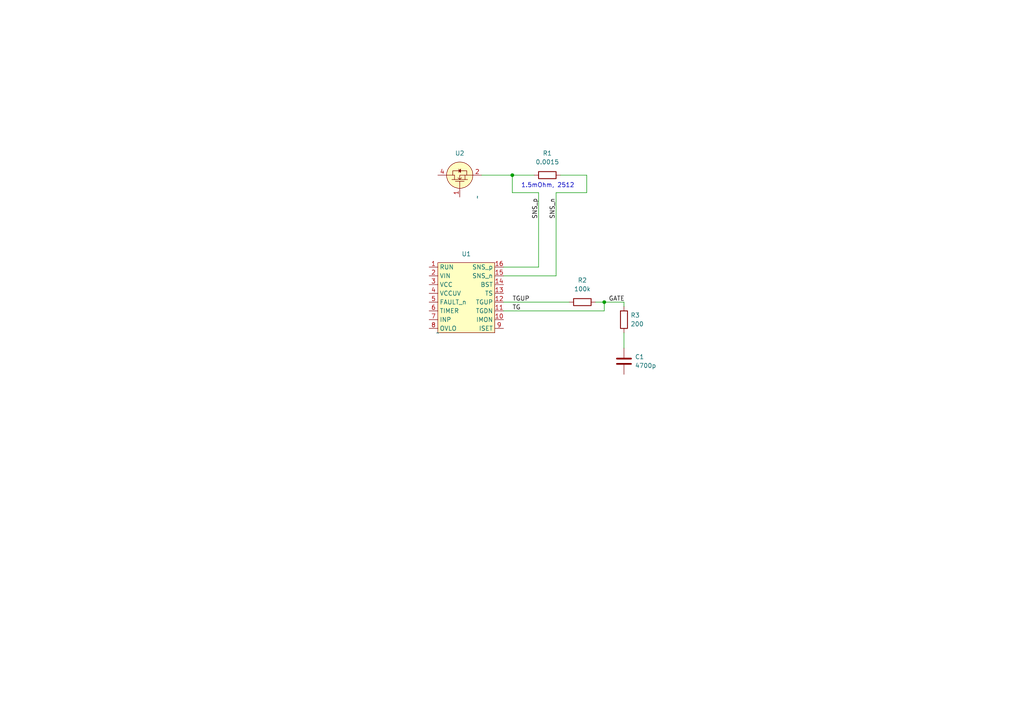
<source format=kicad_sch>
(kicad_sch (version 20230121) (generator eeschema)
  (paper "A4")
  (lib_symbols
    (symbol "Device:C" (pin_numbers hide) (pin_names (offset 0.254))
      (property "Reference" "C" (at 0.635 2.54 0))
      (property "Value" "C" (at 0.635 -2.54 0))
      (symbol "C_0_1"
        (polyline (pts (xy -2.032 -0.762) (xy 2.032 -0.762)) (stroke (width 0.508)))
        (polyline (pts (xy -2.032 0.762) (xy 2.032 0.762)) (stroke (width 0.508)))
      )
      (symbol "C_1_1"
        (pin passive line (at 0 3.81 270) (length 2.794) (name "~") (number "1"))
        (pin passive line (at 0 -3.81 90) (length 2.794) (name "~") (number "2"))
      )
    )
    (symbol "Device:R" (pin_numbers hide) (pin_names (offset 0))
      (property "Reference" "R" (at 2.032 0 90))
      (property "Value" "R" (at 0 0 90))
      (symbol "R_0_1"
        (rectangle (start -1.016 -2.54) (end 1.016 2.54) (stroke (width 0.254)))
      )
      (symbol "R_1_1"
        (pin passive line (at 0 3.81 270) (length 1.27) (name "~") (number "1"))
        (pin passive line (at 0 -3.81 90) (length 1.27) (name "~") (number "2"))
      )
    )
    (symbol "my parts:IPB032N10N5"
      (property "Reference" "U" (at 0 0 0))
      (symbol "IPB032N10N5_0_1"
        (polyline (pts (xy 4.572 6.35) (xy 4.572 3.81)))
        (polyline (pts (xy 5.08 7.366) (xy 5.08 2.794)))
        (polyline (pts (xy 6.35 3.556) (xy 5.08 3.556)))
        (polyline (pts (xy 6.35 6.604) (xy 5.08 6.604)))
        (polyline (pts (xy 6.35 6.604) (xy 6.35 8.89)))
        (polyline (pts (xy 2.54 5.08) (xy 4.318 5.08) (xy 4.572 5.08)))
        (polyline (pts (xy 7.62 5.334) (xy 7.62 7.112) (xy 6.35 7.112)))
        (polyline (pts (xy 8.128 5.334) (xy 7.112 5.334) (xy 7.62 5.334)))
        (polyline (pts (xy 6.35 1.27) (xy 6.35 5.08) (xy 5.08 5.08) (xy 5.588 5.588) (xy 5.08 5.08) (xy 5.588 4.572)))
        (polyline (pts (xy 6.35 3.048) (xy 7.62 3.048) (xy 7.62 4.826) (xy 8.128 4.826) (xy 7.62 5.334) (xy 7.112 4.826) (xy 7.62 4.826) (xy 7.62 5.334) (xy 7.874 5.08) (xy 7.62 4.826) (xy 7.366 5.08) (xy 7.366 4.826) (xy 7.874 4.826) (xy 7.874 5.08) (xy 7.366 5.08)))
      )
      (symbol "IPB032N10N5_1_1"
        (circle (center 6.35 5.08) (radius 3.81) (fill (type background)))
        (pin input line (at 0 5.08 0) (length 2.54) (name "") (number "1"))
        (pin input line (at 6.35 -1.27 90) (length 2.54) (name "") (number "2"))
        (pin input line (at 6.35 -1.27 90) (length 2.54) hide (name "") (number "3"))
        (pin input line (at 6.35 11.43 270) (length 2.54) (name "") (number "4"))
        (pin input line (at 6.35 -1.27 90) (length 2.54) hide (name "") (number "5"))
        (pin input line (at 6.35 -1.27 90) (length 2.54) hide (name "") (number "6"))
        (pin input line (at 6.35 -1.27 90) (length 2.54) hide (name "") (number "7"))
      )
    )
    (symbol "my parts:LTC7000"
      (property "Reference" "U" (at 7.62 21.59 0))
      (symbol "LTC7000_1_1"
        (rectangle (start 0 20.32) (end 16.51 0) (fill (type background)))
        (pin input line (at -2.54 19.05 0) (length 2.54) (name "RUN") (number "1"))
        (pin input line (at 19.05 3.81 180) (length 2.54) (name "IMON") (number "10"))
        (pin input line (at 19.05 6.35 180) (length 2.54) (name "TGDN") (number "11"))
        (pin input line (at 19.05 8.89 180) (length 2.54) (name "TGUP") (number "12"))
        (pin input line (at 19.05 11.43 180) (length 2.54) (name "TS") (number "13"))
        (pin input line (at 19.05 13.97 180) (length 2.54) (name "BST") (number "14"))
        (pin input line (at 19.05 16.51 180) (length 2.54) (name "SNS_n") (number "15"))
        (pin input line (at 19.05 19.05 180) (length 2.54) (name "SNS_p") (number "16"))
        (pin input line (at -2.54 16.51 0) (length 2.54) (name "VIN") (number "2"))
        (pin input line (at -2.54 13.97 0) (length 2.54) (name "VCC") (number "3"))
        (pin input line (at -2.54 11.43 0) (length 2.54) (name "VCCUV") (number "4"))
        (pin input line (at -2.54 8.89 0) (length 2.54) (name "FAULT_n") (number "5"))
        (pin input line (at -2.54 6.35 0) (length 2.54) (name "TIMER") (number "6"))
        (pin input line (at -2.54 3.81 0) (length 2.54) (name "INP") (number "7"))
        (pin input line (at -2.54 1.27 0) (length 2.54) (name "OVLO") (number "8"))
        (pin input line (at 19.05 1.27 180) (length 2.54) (name "ISET") (number "9"))
      )
    )
  )
  (junction (at 175.26 87.63))
  (junction (at 148.59 50.8))
  (wire (pts (xy 175.26 90.17) (xy 175.26 87.63)))
  (wire (pts (xy 172.72 87.63) (xy 175.26 87.63)))
  (wire (pts (xy 148.59 50.8) (xy 148.59 55.88)))
  (wire (pts (xy 146.05 90.17) (xy 175.26 90.17)))
  (wire (pts (xy 156.21 77.47) (xy 146.05 77.47)))
  (wire (pts (xy 148.59 55.88) (xy 156.21 55.88)))
  (wire (pts (xy 146.05 80.01) (xy 161.29 80.01)))
  (wire (pts (xy 180.975 87.63) (xy 180.975 88.9)))
  (wire (pts (xy 162.56 50.8) (xy 170.18 50.8)))
  (wire (pts (xy 139.7 50.8) (xy 148.59 50.8)))
  (wire (pts (xy 180.975 96.52) (xy 180.975 100.965)))
  (wire (pts (xy 175.26 87.63) (xy 180.975 87.63)))
  (wire (pts (xy 170.18 50.8) (xy 170.18 55.88)))
  (wire (pts (xy 146.05 87.63) (xy 165.1 87.63)))
  (wire (pts (xy 148.59 50.8) (xy 154.94 50.8)))
  (wire (pts (xy 156.21 55.88) (xy 156.21 77.47)))
  (wire (pts (xy 170.18 55.88) (xy 161.29 55.88)))
  (wire (pts (xy 161.29 55.88) (xy 161.29 80.01)))
  (text "1.5mOhm, 2512" (at 151.13 54.61 0) (effects (font (size 1.27 1.27)) (justify left bottom)))
  (label "GATE" (at 176.53 87.63 0))
  (label "SNS_n" (at 161.29 63.5 90))
  (label "TGUP" (at 148.59 87.63 0))
  (label "SNS_p" (at 156.21 63.5 90))
  (label "TG" (at 148.59 90.17 0))
  (symbol (lib_id "my parts:LTC7000") (at 127 96.52 0) (unit 1)
    (property "Reference" "U1" (at 135.255 73.66 0))
    (property "Value" "~" (at 127 96.52 0))
    (property "Footprint" "AudioJacks:MSOP-16-1EP-HOLE" (effects hide))
  )
  (symbol (lib_id "Device:R") (at 180.975 92.71 180) (unit 1)
    (property "Reference" "R3" (at 182.88 91.44 0) (effects (justify right)))
    (property "Value" "200" (at 182.88 93.98 0) (effects (justify right)))
    (property "Footprint" "Resistor_THT:R_Axial_DIN0204_L3.6mm_D1.6mm_P5.08mm_Horizontal" (effects hide))
  )
  (symbol (lib_id "my parts:IPB032N10N5") (at 138.43 57.15 90) (unit 1)
    (property "Reference" "U2" (at 133.35 44.45 90))
    (property "Value" "~" (at 138.43 57.15 0))
    (property "Footprint" "Package_TO_SOT_SMD:TO-263-6" (effects hide))
  )
  (symbol (lib_id "Device:R") (at 168.91 87.63 90) (unit 1)
    (property "Reference" "R2" (at 168.91 81.28 90))
    (property "Value" "100k" (at 168.91 83.82 90))
    (property "Footprint" "Resistor_THT:R_Axial_DIN0204_L3.6mm_D1.6mm_P5.08mm_Horizontal" (effects hide))
  )
  (symbol (lib_id "Device:R") (at 158.75 50.8 90) (unit 1)
    (property "Reference" "R1" (at 158.75 44.45 90))
    (property "Value" "0.0015" (at 158.75 46.99 90))
    (property "Footprint" "Resistor_SMD:R_2512_6332Metric_Pad1.40x3.35mm_HandSolder" (effects hide))
  )
  (symbol (lib_id "Device:C") (at 180.975 104.775 0) (unit 1)
    (property "Reference" "C1" (at 184.15 103.505 0) (effects (justify left)))
    (property "Value" "4700p" (at 184.15 106.045 0) (effects (justify left)))
    (property "Footprint" "Capacitor_THT:C_Disc_D3.4mm_W2.1mm_P2.50mm" (effects hide))
  )
)
</source>
